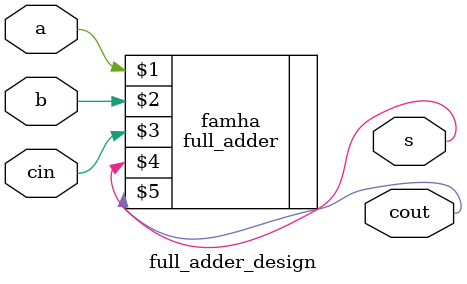
<source format=v>
`timescale 1ns / 1ps


module full_adder_design(
    input wire a, b, cin,
    output wire s, cout
);
    full_adder famha(a,b,cin, s, cout);
    
endmodule

</source>
